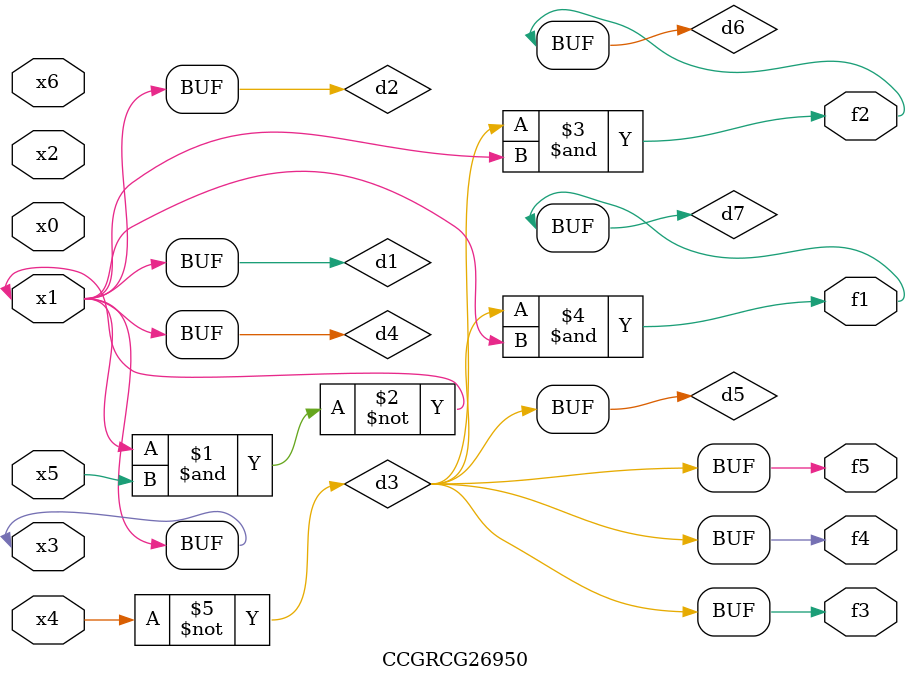
<source format=v>
module CCGRCG26950(
	input x0, x1, x2, x3, x4, x5, x6,
	output f1, f2, f3, f4, f5
);

	wire d1, d2, d3, d4, d5, d6, d7;

	buf (d1, x1, x3);
	nand (d2, x1, x5);
	not (d3, x4);
	buf (d4, d1, d2);
	buf (d5, d3);
	and (d6, d3, d4);
	and (d7, d3, d4);
	assign f1 = d7;
	assign f2 = d6;
	assign f3 = d5;
	assign f4 = d5;
	assign f5 = d5;
endmodule

</source>
